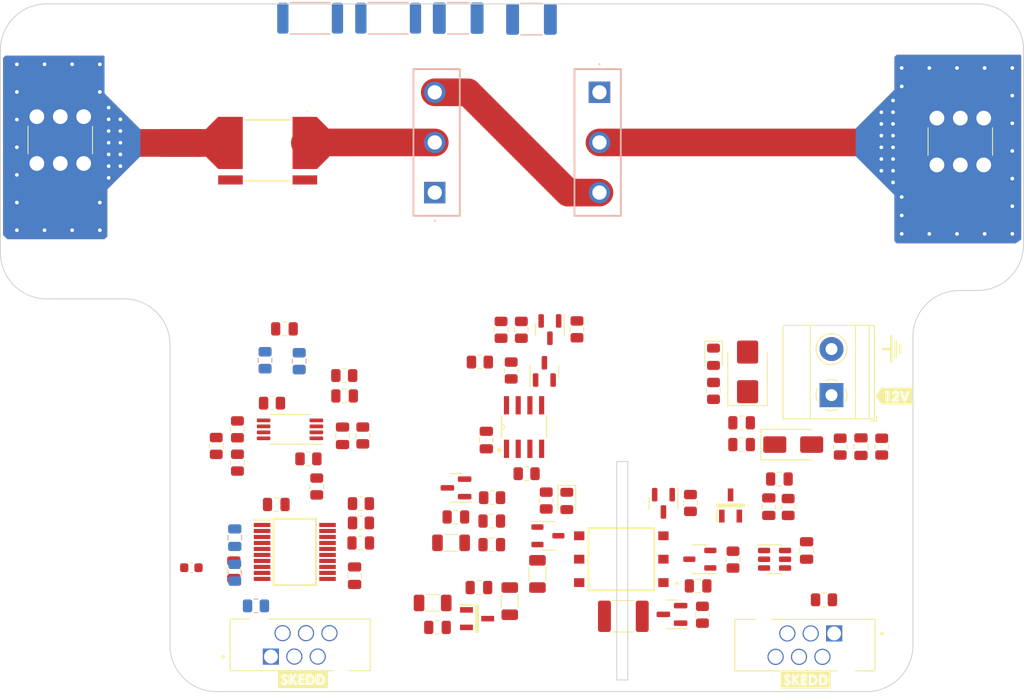
<source format=kicad_pcb>
(kicad_pcb (version 20221018) (generator pcbnew)
  (layers (0 "F.Cu" signal) (1 "In1.Cu" signal "layer-2") (2 "In2.Cu" signal "layer-3") (31 "B.Cu" signal) (34 "B.Paste" user) (35 "F.Paste" user) (36 "B.SilkS" user "B.Silkscreen") (37 "F.SilkS" user "F.Silkscreen") (38 "B.Mask" user) (39 "F.Mask" user) (44 "Edge.Cuts" user))
  (net 0 "")
  (net 1 "DRIVER_EN2")
  (net 2 "VDDLV")
  (net 3 "Earth")
  (net 4 "VCC")
  (net 5 "VSEC")
  (net 6 "Net-(Q2-D)")
  (net 7 "VDDHV")
  (net 8 "Net-(Q4-D)")
  (net 9 "GND")
  (net 10 "Net-(IC2-RA2)")
  (net 11 "RA3")
  (net 12 "Net-(IC2-RC4)")
  (net 13 "Net-(U2A-+)")
  (net 14 "I_SENSE_C3IN1-")
  (net 15 "Net-(Q1-D)")
  (net 16 "I_SENSE_ANB4")
  (net 17 "Net-(U2A--)")
  (net 18 "Net-(C14-Pad2)")
  (net 19 "RA0")
  (net 20 "RA1")
  (net 21 "I_sense+")
  (net 22 "I_sense-")
  (net 23 "Net-(C16-Pad2)")
  (net 24 "Net-(U4-*OUT)")
  (net 25 "Net-(C17-Pad2)")
  (net 28 "BATT+(12V-48V)")
  (net 29 "Net-(D4-K)")
  (net 30 "Net-(C22-Pad2)")
  (net 31 "VSOURCE")
  (net 32 "Net-(D4-A)")
  (net 36 "DRIVER_EN1")
  (net 43 "Net-(D7-K)")
  (net 44 "Net-(J2-Pad1)")
  (net 45 "Net-(U1-RA3)")
  (net 46 "Net-(Q3-G)")
  (net 47 "Net-(Q5-G)")
  (net 49 "Net-(Q1-G)")
  (net 50 "Net-(Q2-G)")
  (net 51 "Net-(D7-A)")
  (net 52 "Net-(Q4-G)")
  (net 53 "Net-(D2-A)")
  (net 54 "Net-(U2B-+)")
  (net 55 "Net-(U2B--)")
  (net 56 "Net-(R18-Pad2)")
  (net 57 "Net-(R26-Pad2)")
  (net 58 "Net-(D6-A)")
  (net 59 "Net-(Q5-D)")
  (net 60 "Net-(Q3-D)")
  (net 61 "Net-(D1-A)")
  (footprint "Package_TO_SOT_SMD:SOT-23-3" (layer "F.Cu") (at 129.09 139.775 180)
    (fp_text reference "Q4" hide)
    (fp_text value "Si2333DS")
  )
  (footprint "Capacitor_SMD:C_0805_2012Metric" (layer "F.Cu") (at 133.62 124.975)
    (fp_text reference "C19" hide)
    (fp_text value "10uF")
  )
  (footprint "Capacitor_SMD:C_0603_1608Metric" (layer "F.Cu") (at 73.9225 140.7)
    (fp_text reference "TH100" hide)
    (fp_text value "10k")
  )
  (footprint "Resistor_SMD:R_0805_2012Metric" (layer "F.Cu") (at 142.56 144.18)
    (fp_text reference "R8" hide)
    (fp_text value "10K")
  )
  (footprint "PIC16F15345T-E_SSVAO:SOP65P780X200-20N" (layer "F.Cu") (at 85.145 138.99)
    (fp_text reference "IC2" hide)
    (fp_text value "PIC16F15345T-E_SSVAO" hide)
  )
  (footprint "Resistor_SMD:R_0805_2012Metric" (layer "F.Cu") (at 106.552947 133.1 180)
    (fp_text reference "R33" hide)
    (fp_text value "20k")
  )
  (footprint "Capacitor_SMD:C_0805_2012Metric" (layer "F.Cu") (at 105.9225 126.85 90)
    (fp_text reference "C1" hide)
    (fp_text value "100nF")
  )
  (footprint "Resistor_SMD:R_0805_2012Metric" (layer "F.Cu") (at 110.295 130.5 180)
    (fp_text reference "R30" hide)
    (fp_text value "100k")
  )
  (footprint "Resistor_SMD:R_0805_2012Metric" (layer "F.Cu") (at 86.6225 128.8875)
    (fp_text reference "R22" hide)
    (fp_text value "20k")
  )
  (footprint "Resistor_SMD:R_0805_2012Metric" (layer "F.Cu") (at 148.82 127.5625 -90)
    (fp_text reference "R11" hide)
    (fp_text value "10k")
  )
  (footprint "Capacitor_SMD:C_0805_2012Metric" (layer "F.Cu") (at 133.62 127.34)
    (fp_text reference "C20" hide)
    (fp_text value "0.1uF")
  )
  (footprint "kibuzzard-64D0EA8A" (layer "F.Cu") (at 150.17 122.075)
    (fp_text reference "kibuzzard-64D0EA8A" hide)
    (fp_text value "G***" hide)
  )
  (footprint "Resistor_SMD:R_0805_2012Metric" (layer "F.Cu") (at 82.6725 122.85 180)
    (fp_text reference "R25" hide)
    (fp_text value "10k")
  )
  (footprint "MCP1792T-5002H_CB:SOT95P255X145-3N" (layer "F.Cu") (at 104.92 146.225)
    (fp_text reference "IC4" hide)
    (fp_text value "MCP1792T-5002H_CB" hide)
  )
  (footprint "Resistor_SMD:R_0805_2012Metric" (layer "F.Cu") (at 78.9225 125.6875 -90)
    (fp_text reference "R18" hide)
    (fp_text value "10k")
  )
  (footprint "Resistor_SMD:R_0805_2012Metric" (layer "F.Cu") (at 132.69 139.82 90)
    (fp_text reference "R6" hide)
    (fp_text value "100k")
  )
  (footprint "Capacitor_SMD:C_1812_4532Metric" (layer "F.Cu") (at 120.79 145.97 180)
    (fp_text reference "C8" hide)
    (fp_text value "4700pF")
  )
  (footprint "LED_SMD:LED_0805_2012Metric" (layer "F.Cu") (at 114.655 133.4525 -90)
    (fp_text reference "D2" hide)
    (fp_text value "LED")
  )
  (footprint "Resistor_SMD:R_0805_2012Metric" (layer "F.Cu") (at 90.51 119.85 180)
    (fp_text reference "R19" hide)
    (fp_text value "20k")
  )
  (footprint "Package_TO_SOT_SMD:SOT-23" (layer "F.Cu") (at 112.8225 114.8625 -90)
    (fp_text reference "Q6" hide)
    (fp_text value "2N7002bk,215")
  )
  (footprint "Resistor_SMD:R_0805_2012Metric" (layer "F.Cu") (at 138.67 134.1125 90)
    (fp_text reference "R28" hide)
    (fp_text value "0R")
  )
  (footprint "7461057:7461057" (layer "F.Cu") (at 57.16 96.84 90)
    (fp_text reference "J2" hide)
    (fp_text value "Output" hide)
  )
  (footprint "Resistor_SMD:R_0805_2012Metric" (layer "F.Cu") (at 144.32 127.5625 -90)
    (fp_text reference "R29" hide)
    (fp_text value "4.7R")
  )
  (footprint "Capacitor_SMD:C_0805_2012Metric" (layer "F.Cu") (at 90.5475 122.0625)
    (fp_text reference "C11" hide)
    (fp_text value "10000pF")
  )
  (footprint "Capacitor_SMD:C_0805_2012Metric" (layer "F.Cu") (at 84.0225 114.7875 180)
    (fp_text reference "C15" hide)
    (fp_text value "100pF")
  )
  (footprint "Package_SO:TSSOP-8_4.4x3mm_P0.65mm" (layer "F.Cu") (at 84.6225 125.6875 180)
    (fp_text reference "U2" hide)
    (fp_text value "MCP6022")
  )
  (footprint "Resistor_SMD:R_0805_2012Metric" (layer "F.Cu") (at 92.32 133.74)
    (fp_text reference "R13" hide)
    (fp_text value "100k")
  )
  (footprint "Capacitor_SMD:C_1206_3216Metric" (layer "F.Cu") (at 100.1 144.525)
    (fp_text reference "C29" hide)
    (fp_text value "4.7uF")
  )
  (footprint "WSLP40261L000FEA:WSLP40261L000FEA" (layer "F.Cu") (at 82.2 95.42 180)
    (fp_text reference "R3" hide)
    (fp_text value "WSLP40261L000FEA" hide)
  )
  (footprint "Capacitor_SMD:C_0805_2012Metric" (layer "F.Cu") (at 136.57 134.075 -90)
    (fp_text reference "C21" hide)
    (fp_text value "0.1uF")
  )
  (footprint "Package_TO_SOT_SMD:SOT-23" (layer "F.Cu") (at 112.2225 119.4 90)
    (fp_text reference "D7" hide)
    (fp_text value "BZX84J-B22,115_22V")
  )
  (footprint "7461057:7461057" (layer "F.Cu") (at 154.81 97 90)
    (fp_text reference "J1" hide)
    (fp_text value "Input" hide)
  )
  (footprint "TerminalBlock_Phoenix:TerminalBlock_Phoenix_MKDS-1,5-2_1x02_P5.00mm_Horizontal" (layer "F.Cu") (at 143.375 121.975 90)
    (fp_text reference "J3" hide)
    (fp_text value "12V supply")
  )
  (footprint "MCP1792T-5002H_CB:SOT95P255X145-3N" (layer "F.Cu") (at 132.4225 133.95 90)
    (fp_text reference "IC5" hide)
    (fp_text value "MCP1792T-5002H_CB" hide)
  )
  (footprint "Resistor_SMD:R_0805_2012Metric" (layer "F.Cu") (at 87.5225 131.8875 90)
    (fp_text reference "R23" hide)
    (fp_text value "100R")
  )
  (footprint "Resistor_SMD:R_0805_2012Metric" (layer "F.Cu") (at 108.6225 119.3 90)
    (fp_text reference "R32" hide)
    (fp_text value "20R")
  )
  (footprint "Resistor_SMD:R_0805_2012Metric" (layer "F.Cu") (at 81.9225 118.1875 -90)
    (fp_text reference "R15" hide)
    (fp_text value "20k")
  )
  (footprint "Capacitor_SMD:C_0805_2012Metric" (layer "F.Cu") (at 91.6325 141.565 -90)
    (fp_text reference "C13" hide)
    (fp_text value "10000pF")
  )
  (footprint "Resistor_SMD:R_0805_2012Metric" (layer "F.Cu") (at 76.6225 127.4875 90)
    (fp_text reference "R21" hide)
    (fp_text value "100R")
  )
  (footprint "Capacitor_SMD:C_0805_2012Metric" (layer "F.Cu") (at 106.515447 138.2 180)
    (fp_text reference "C23" hide)
    (fp_text value "10uF")
  )
  (footprint "Resistor_SMD:R_0805_2012Metric" (layer "F.Cu") (at 78.9225 129.3 90)
    (fp_text reference "R20" hide)
    (fp_text value "20k")
  )
  (footprint "Capacitor_SMD:C_0805_2012Metric" (layer "F.Cu") (at 137.72 131.075)
    (fp_text reference "C22" hide)
    (fp_text value "4.7uF")
  )
  (footprint "kibuzzard-64D0ED59" (layer "F.Cu") (at 86.0325 152.84)
    (fp_text reference "kibuzzard-64D0ED59" hide)
    (fp_text value "G***" hide)
  )
  (footprint "kibuzzard-64D0ED59" (layer "F.Cu") (at 140.57 152.875)
    (fp_text reference "kibuzzard-64D0ED59" hide)
    (fp_text value "G***" hide)
  )
  (footprint "Package_TO_SOT_SMD:SOT-23" (layer "F.Cu") (at 102.635 132.0375 180)
    (fp_text reference "D5" hide)
    (fp_text value "BZX84C4V3")
  )
  (footprint "Resistor_SMD:R_0805_2012Metric" (layer "F.Cu") (at 129.37 145.8 90)
    (fp_text reference "R7" hide)
    (fp_text value "100k")
  )
  (footprint "Capacitor_SMD:C_1206_3216Metric" (layer "F.Cu") (at 108.465 144.325 -90)
    (fp_text reference "C5" hide)
    (fp_text value "10uF")
  )
  (footprint "Capacitor_SMD:C_0805_2012Metric" (layer "F.Cu") (at 140.67 138.83 90)
    (fp_text reference "C3" hide)
    (fp_text value "0.1uF")
  )
  (footprint "Package_TO_SOT_SMD:SOT-23-3" (layer "F.Cu") (at 112.6075 137.235)
    (fp_text reference "D1" hide)
    (fp_text value "BAS70-04")
  )
  (footprint "Capacitor_SMD:C_0805_2012Metric" (layer "F.Cu") (at 102.6225 135.19375)
    (fp_text reference "C25" hide)
    (fp_text value "0.1uF")
  )
  (footprint "Package_TO_SOT_SMD:SOT-23-6" (layer "F.Cu") (at 137.1975 139.78)
    (fp_text reference "U1" hide)
    (fp_text value "PIC10F322-IOT")
  )
  (footprint "Resistor_SMD:R_0805_2012Metric" (layer "F.Cu") (at 115.76 114.8375 90)
    (fp_text reference "R35" hide)
    (fp_text value "100k")
  )
  (footprint "Resistor_SMD:R_0805_2012Metric" (layer "F.Cu") (at 109.7225 114.8875 90)
    (fp_text reference "R1" hide)
    (fp_text value "20R")
  )
  (footprint "Capacitor_SMD:C_1206_3216Metric" (layer "F.Cu") (at 102.0975 138)
    (fp_text reference "C24" hide)
    (fp_text value "4.7uF")
  )
  (footprint "Diode_SMD:D_SMA" (layer "F.Cu") (at 139.22 127.34)
    (fp_text reference "D4" hide)
    (fp_text value "US1G")
  )
  (footprint "Package_TO_SOT_SMD:SOT-23" (layer "F.Cu") (at 125.14 133.7125 -90)
    (fp_text reference "Q3" hide)
    (fp_text value "2N7002BK,215")
  )
  (footprint "Capacitor_SMD:C_0805_2012Metric" (layer "F.Cu") (at 90.3225 126.3875 -90)
    (fp_text reference "C14" hide)
    (fp_text value "10000pF")
  )
  (footprint "Resistor_SMD:R_0805_2012Metric" (layer "F.Cu") (at 107.5225 114.8875 90)
    (fp_text reference "R2" hide)
    (fp_text value "20R")
  )
  (footprint "Capacitor_SMD:C_0805_2012Metric" (layer "F.Cu") (at 100.625 147.175)
    (fp_text reference "C28" hide)
    (fp_text value "0.1uF")
  )
  (footprint "Capacitor_SMD:C_0805_2012Metric" (layer "F.Cu") (at 92.3 138.015)
    (fp_text reference "C9" hide)
    (fp_text value "100pF")
  )
  (footprint "LED_SMD:LED_0805_2012Metric" (layer "F.Cu") (at 130.57 117.8125 -90)
    (fp_text reference "D6" hide)
    (fp_text value "LED")
  )
  (footprint "Diode_SMD:D_SMB" (layer "F.Cu") (at 134.27 119.4525 90)
    (fp_text reference "D3" hide)
    (fp_text value "SM6T39A")
  )
  (footprint "push pull Transformer:760390015" (layer "F.Cu") (at 120.57 139.775 180)
    (fp_text reference "T1" hide)
    (fp_text value "760390014" hide)
  )
  (footprint "Capacitor_SMD:C_0805_2012Metric" (layer "F.Cu") (at 146.57 127.5625 90)
    (fp_text reference "C18" hide)
    (fp_text value "10000pF")
  )
  (footprint "Resistor_SMD:R_0805_2012Metric" (layer "F.Cu") (at 112.4225 133.4125 -90)
    (fp_text reference "R10" hide)
    (fp_text value "4.7k")
  )
  (footprint "Resistor_SMD:R_0805_2012Metric" (layer "F.Cu") (at 92.5225 126.35 -90)
    (fp_text reference "R24" hide)
    (fp_text value "20k")
  )
  (footprint "TC4432VOA:SOIC127P600X175-8N" (layer "F.Cu") (at 110.0175 125.4378 90)
    (fp_text reference "U4" hide)
    (fp_text value "TC4432VOA")
  )
  (footprint "Package_TO_SOT_SMD:SOT-23" (layer "F.Cu") (at 126.07 145.7625 180)
    (fp_text reference "Q5" hide)
    (fp_text value "2N7002BK,215")
  )
  (footprint "Capacitor_SMD:C_0805_2012Metric" (layer "F.Cu") (at 106.515447 135.635)
    (fp_text reference "C26" hide)
    (fp_text value "0.1uF")
  )
  (footprint "Resistor_SMD:R_0805_2012Metric" (layer "F.Cu") (at 130.57 121.5125 90)
    (fp_text reference "R34" hide)
    (fp_text value "10k")
  )
  (footprint "Capacitor_SMD:C_1206_3216Metric" (layer "F.Cu") (at 111.47 141.375 -90)
    (fp_text reference "C4" hide)
    (fp_text value "10uF")
  )
  (footprint "Capacitor_SMD:C_0805_2012Metric" (layer "F.Cu") (at 128.9025 142.675)
    (fp_text reference "C7" hide)
    (fp_text value "1uF")
  )
  (footprint "490107670612:WURTH_490107670612" (layer "F.Cu") (at 85.7275 149.07 180)
    (fp_text reference "J6" hide)
    (fp_text value "490107670612")
  )
  (footprint "Capacitor_SMD:C_0805_2012Metric" (layer "F.Cu") (at 78.5325 140.915 -90)
    (fp_text reference "C12" hide)
    (fp_text value "100pF")
  )
  (footprint "Resistor_SMD:R_0805_2012Metric" (layer "F.Cu") (at 92.32 135.84 180)
    (fp_text reference "R9" hide)
    (fp_text value "10k")
  )
  (footprint "Resistor_SMD:R_0805_2012Metric" (layer "F.Cu") (at 105.2225 118.3875)
    (fp_text reference "R31" hide)
    (fp_text value "100k")
  )
  (footprint "Silkscreen:earth_gnd" (layer "F.Cu") (at 149.97 116.975 90)
    (fp_text reference "G***" hide)
    (fp_text value "LOGO" hide)
  )
  (footprint "Capacitor_SMD:C_0805_2012Metric" (layer "F.Cu") (at 105.12 142.85)
    (fp_text reference "C27" hide)
    (fp_text value "0.1uF")
  )
  (footprint "Resistor_SMD:R_0805_2012Metric" (layer "F.Cu") (at 85.6225 118.2875 -90)
    (fp_text reference "R14" hide)
    (fp_text value "20k")
  )
  (footprint "490107670612:WURTH_490107670612" (layer "F.Cu") (at 140.485 149.1)
    (fp_text reference "J5" hide)
    (fp_text value "490107670612")
  )
  (footprint "Capacitor_SMD:C_0805_2012Metric" (layer "F.Cu") (at 83.1325 133.84 180)
    (fp_text reference "C6" hide)
    (fp_text value "0.1uF")
  )
  (footprint "Resistor_SMD:R_0805_2012Metric" (layer "F.Cu") (at 128.07 133.675 -90)
    (fp_text reference "R4" hide)
    (fp_text value "100k")
  )
  (footprint "Resistor_SMD:R_0805_2012Metric" (layer "B.Cu") (at 81.9225 118.1875 -90)
    (fp_text reference "R17" hide)
    (fp_text value "1k")
  )
  (footprint "Capacitor_SMD:C_1812_4532Metric" (layer "B.Cu") (at 102.8725 81.08 180)
    (fp_text reference "C17" hide)
    (fp_text value "4.7nF")
  )
  (footprint "Capacitor_SMD:C_1812_4532Metric" (layer "B.Cu") (at 110.8225 81.18 180)
    (fp_text reference "C16" hide)
    (fp_text value "4.7nF")
  )
  (footprint "Resistor_SMD:R_2512_6332Metric" (layer "B.Cu") (at 86.81 81.08 180)
    (fp_text reference "R27" hide)
    (fp_text value "18R")
  )
  (footprint "IMW120R014M1H:IMW120R014M1H" (layer "B.Cu") (at 118.2 89.12 -90)
    (fp_text reference "Q1" hide)
    (fp_text value "IMW120R014M1H" hide)
  )
  (footprint "IMW120R014M1H:IMW120R014M1H" (layer "B.Cu") (at 100.3305 99.999 90)
    (fp_text reference "Q2" hide)
    (fp_text value "IMW120R014M1H" hide)
  )
  (footprint "Resistor_SMD:R_0805_2012Metric" (layer "B.Cu") (at 78.6325 141.24 90)
    (fp_text reference "R12" hide)
    (fp_text value "4.7k")
  )
  (footprint "Resistor_SMD:R_0805_2012Metric" (layer "B.Cu") (at 80.9325 144.84)
    (fp_text reference "R5" hide)
    (fp_text value "10k")
  )
  (footprint "Capacitor_SMD:C_0805_2012Metric" (layer "B.Cu") (at 78.6325 137.44 90)
    (fp_text reference "C10" hide)
    (fp_text value "10000pF")
  )
  (footprint "Resistor_SMD:R_0805_2012Metric" (layer "B.Cu") (at 85.6225 118.2875 -90)
    (fp_text reference "R16" hide)
    (fp_text value "1k")
  )
  (footprint "Resistor_SMD:R_2512_6332Metric" (layer "B.Cu") (at 95.2725 81.08 180)
    (fp_text reference "R26" hide)
    (fp_text value "18R")
  )
  (gr_arc (start 66.61 111.53) (mid 70.145534 112.994466) (end 71.61 116.53) (stroke (width 0.1)) (layer "Edge.Cuts"))
  (gr_arc (start 152.21 149.13) (mid 150.745534 152.665534) (end 147.21 154.13) (stroke (width 0.1)) (layer "Edge.Cuts"))
  (gr_arc (start 164.21 105.63) (mid 162.745534 109.165534) (end 159.21 110.63) (stroke (width 0.1)) (layer "Edge.Cuts"))
  (gr_line (start 152.21 115.63) (end 152.21 149.13) (stroke (width 0.1)) (layer "Edge.Cuts"))
  (gr_arc (start 76.61 154.13) (mid 73.074466 152.665534) (end 71.61 149.13) (stroke (width 0.1)) (layer "Edge.Cuts"))
  (gr_line (start 53.21 106.53) (end 53.21 84.53) (stroke (width 0.1)) (layer "Edge.Cuts"))
  (gr_line (start 164.21 84.53) (end 164.21 105.63) (stroke (width 0.1)) (layer "Edge.Cuts"))
  (gr_line (start 58.21 79.53) (end 159.21 79.53) (stroke (width 0.1)) (layer "Edge.Cuts"))
  (gr_arc (start 58.21 111.53) (mid 54.674466 110.065534) (end 53.21 106.53) (stroke (width 0.1)) (layer "Edge.Cuts"))
  (gr_line (start 71.61 149.13) (end 71.61 116.53) (stroke (width 0.1)) (layer "Edge.Cuts"))
  (gr_line (start 66.61 111.53) (end 58.21 111.53) (stroke (width 0.1)) (layer "Edge.Cuts"))
  (gr_rect (start 120.07 129.175) (end 121.27 152.875) (stroke (width 0.1)) (fill none) (layer "Edge.Cuts"))
  (gr_line (start 147.21 154.13) (end 76.61 154.13) (stroke (width 0.1)) (layer "Edge.Cuts"))
  (gr_arc (start 159.21 79.53) (mid 162.745534 80.994466) (end 164.21 84.53) (stroke (width 0.1)) (layer "Edge.Cuts"))
  (gr_arc (start 152.21 115.63) (mid 153.674466 112.094466) (end 157.21 110.63) (stroke (width 0.1)) (layer "Edge.Cuts"))
  (gr_line (start 159.21 110.63) (end 157.21 110.63) (stroke (width 0.1)) (layer "Edge.Cuts"))
  (gr_arc (start 53.21 84.53) (mid 54.674466 80.994466) (end 58.21 79.53) (stroke (width 0.1)) (layer "Edge.Cuts"))
  (segment (start 86.289 94.559) (end 86.235 94.613) (width 3) (layer "F.Cu") (net 6))
  (segment (start 100.3305 94.559) (end 86.289 94.559) (width 3) (layer "F.Cu") (net 6))
  (segment (start 118.2 94.56) (end 147.99 94.56) (width 3) (layer "F.Cu") (net 15))
  (via (at 148.78 96.36) (size 0.8) (drill 0.4) (layers "F.Cu" "B.Cu") (net 15))
  (via (at 150.05 95.09) (size 0.8) (drill 0.4) (layers "F.Cu" "B.Cu") (net 15))
  (via (at 150.99 104.48) (size 0.8) (drill 0.4) (layers "F.Cu" "B.Cu") (net 15))
  (via (at 156.99 104.48) (size 0.8) (drill 0.4) (layers "F.Cu" "B.Cu") (net 15))
  (via (at 156.99 86.48) (size 0.8) (drill 0.4) (layers "F.Cu" "B.Cu") (net 15))
  (via (at 162.99 89.48) (size 0.8) (drill 0.4) (layers "F.Cu" "B.Cu") (net 15))
  (via (at 150.05 90.01) (size 0.8) (drill 0.4) (layers "F.Cu" "B.Cu") (net 15))
  (via (at 150.99 100.48) (size 0.8) (drill 0.4) (layers "F.Cu" "B.Cu") (net 15))
  (via (at 148.78 95.09) (size 0.8) (drill 0.4) (layers "F.Cu" "B.Cu") (net 15))
  (via (at 162.99 95.48) (size 0.8) (drill 0.4) (layers "F.Cu" "B.Cu") (net 15))
  (via (at 162.99 92.48) (size 0.8) (drill 0.4) (layers "F.Cu" "B.Cu") (net 15))
  (via (at 150.99 86.48) (size 0.8) (drill 0.4) (layers "F.Cu" "B.Cu") (net 15))
  (via (at 150.05 97.63) (size 0.8) (drill 0.4) (layers "F.Cu" "B.Cu") (net 15))
  (via (at 148.78 91.28) (size 0.8) (drill 0.4) (layers "F.Cu" "B.Cu") (net 15))
  (via (at 148.78 97.63) (size 0.8) (drill 0.4) (layers "F.Cu" "B.Cu") (net 15))
  (via (at 150.05 98.9) (size 0.8) (drill 0.4) (layers "F.Cu" "B.Cu") (net 15))
  (via (at 150.05 92.55) (size 0.8) (drill 0.4) (layers "F.Cu" "B.Cu") (net 15))
  (via (at 162.99 104.48) (size 0.8) (drill 0.4) (layers "F.Cu" "B.Cu") (net 15))
  (via (at 150.05 96.36) (size 0.8) (drill 0.4) (layers "F.Cu" "B.Cu") (net 15))
  (via (at 159.99 104.48) (size 0.8) (drill 0.4) (layers "F.Cu" "B.Cu") (net 15))
  (via (at 150.05 93.82) (size 0.8) (drill 0.4) (layers "F.Cu" "B.Cu") (net 15))
  (via (at 162.99 98.48) (size 0.8) (drill 0.4) (layers "F.Cu" "B.Cu") (net 15))
  (via (at 150.99 102.48) (size 0.8) (drill 0.4) (layers "F.Cu" "B.Cu") (net 15))
  (via (at 162.99 101.48) (size 0.8) (drill 0.4) (layers "F.Cu" "B.Cu") (net 15))
  (via (at 153.99 104.48) (size 0.8) (drill 0.4) (layers "F.Cu" "B.Cu") (net 15))
  (via (at 159.99 86.48) (size 0.8) (drill 0.4) (layers "F.Cu" "B.Cu") (net 15))
  (via (at 153.99 86.48) (size 0.8) (drill 0.4) (layers "F.Cu" "B.Cu") (net 15))
  (via (at 150.05 91.28) (size 0.8) (drill 0.4) (layers "F.Cu" "B.Cu") (net 15))
  (via (at 148.78 92.55) (size 0.8) (drill 0.4) (layers "F.Cu" "B.Cu") (net 15))
  (via (at 150.99 88.48) (size 0.8) (drill 0.4) (layers "F.Cu" "B.Cu") (net 15))
  (via (at 148.78 93.82) (size 0.8) (drill 0.4) (layers "F.Cu" "B.Cu") (net 15))
  (via (at 162.99 86.48) (size 0.8) (drill 0.4) (layers "F.Cu" "B.Cu") (net 15))
  (segment (start 103.919 89.119) (end 114.8 100) (width 3) (layer "F.Cu") (net 31))
  (segment (start 114.8 100) (end 118.2 100) (width 3) (layer "F.Cu") (net 31))
  (segment (start 100.3305 89.119) (end 103.919 89.119) (width 3) (layer "F.Cu") (net 31))
  (segment (start 76.4 94.7) (end 76.313 94.613) (width 3) (layer "F.Cu") (net 44))
  (segment (start 67.627 94.613) (end 67.65 94.613) (width 3) (layer "F.Cu") (net 44))
  (segment (start 67.673 94.613) (end 66.22 93.32) (width 3) (layer "F.Cu") (net 44))
  (segment (start 66.22 95.86) (end 67.627 94.613) (width 3) (layer "F.Cu") (net 44))
  (segment (start 74.8 94.613) (end 70.793 94.613) (width 3) (layer "F.Cu") (net 44))
  (segment (start 76.313 94.613) (end 74.8 94.613) (width 3) (layer "F.Cu") (net 44))
  (segment (start 66.22 94.59) (end 66.22 95.86) (width 3) (layer "F.Cu") (net 44))
  (segment (start 74.8 94.613) (end 67.673 94.613) (width 3) (layer "F.Cu") (net 44))
  (via (at 60.99 86.08) (size 0.8) (drill 0.4) (layers "F.Cu" "B.Cu") (net 44))
  (via (at 63.99 89.08) (size 0.8) (drill 0.4) (layers "F.Cu" "B.Cu") (net 44))
  (via (at 54.99 92.08) (size 0.8) (drill 0.4) (layers "F.Cu" "B.Cu") (net 44))
  (via (at 64.95 93.32) (size 0.8) (drill 0.4) (layers "F.Cu" "B.Cu") (net 44))
  (via (at 54.99 86.08) (size 0.8) (drill 0.4) (layers "F.Cu" "B.Cu") (net 44))
  (via (at 54.99 104.08) (size 0.8) (drill 0.4) (layers "F.Cu" "B.Cu") (net 44))
  (via (at 66.22 93.32) (size 0.8) (drill 0.4) (layers "F.Cu" "B.Cu") (net 44))
  (via (at 63.99 101.08) (size 0.8) (drill 0.4) (layers "F.Cu" "B.Cu") (net 44))
  (via (at 54.99 95.08) (size 0.8) (drill 0.4) (layers "F.Cu" "B.Cu") (net 44))
  (via (at 64.95 98.4) (size 0.8) (drill 0.4) (layers "F.Cu" "B.Cu") (net 44))
  (via (at 64.95 92.05) (size 0.8) (drill 0.4) (layers "F.Cu" "B.Cu") (net 44))
  (via (at 63.99 104.08) (size 0.8) (drill 0.4) (layers "F.Cu" "B.Cu") (net 44))
  (via (at 66.22 94.59) (size 0.8) (drill 0.4) (layers "F.Cu" "B.Cu") (net 44))
  (via (at 64.95 94.59) (size 0.8) (drill 0.4) (layers "F.Cu" "B.Cu") (net 44))
  (via (at 66.22 97.13) (size 0.8) (drill 0.4) (layers "F.Cu" "B.Cu") (net 44))
  (via (at 64.95 97.13) (size 0.8) (drill 0.4) (layers "F.Cu" "B.Cu") (net 44))
  (via (at 66.22 95.86) (size 0.8) (drill 0.4) (layers "F.Cu" "B.Cu") (net 44))
  (via (at 54.99 89.08) (size 0.8) (drill 0.4) (layers "F.Cu" "B.Cu") (net 44))
  (via (at 64.95 95.86) (size 0.8) (drill 0.4) (layers "F.Cu" "B.Cu") (net 44))
  (via (at 63.99 86.08) (size 0.8) (drill 0.4) (layers "F.Cu" "B.Cu") (net 44))
  (via (at 64.95 90.78) (size 0.8) (drill 0.4) (layers "F.Cu" "B.Cu") (net 44))
  (via (at 57.99 86.08) (size 0.8) (drill 0.4) (layers "F.Cu" "B.Cu") (net 44))
  (via (at 66.22 92.05) (size 0.8) (drill 0.4) (layers "F.Cu" "B.Cu") (net 44))
  (via (at 60.99 104.08) (size 0.8) (drill 0.4) (layers "F.Cu" "B.Cu") (net 44))
  (via (at 54.99 101.08) (size 0.8) (drill 0.4) (layers "F.Cu" "B.Cu") (net 44))
  (via (at 57.99 104.08) (size 0.8) (drill 0.4) (layers "F.Cu" "B.Cu") (net 44))
  (via (at 54.99 98.08) (size 0.8) (drill 0.4) (layers "F.Cu" "B.Cu") (net 44))
  (zone (net 6) (net_name "Net-(Q2-D)") (layer "F.Cu") (connect_pads yes (clearance 0.5)) (min_thickness 0.25) (fill yes (thermal_gap 0.5) (thermal_bridge_width 0.5))
    (polygon (pts (xy 88.87 96.13) (xy 87.57 97.43) (xy 86.97 97.43) (xy 86.77 97.23) (xy 86.77 91.83) (xy 87.57 91.83) (xy 88.87 93.13)))
  )
  (zone (net 44) (net_name "Net-(J2-Pad1)") (layer "F.Cu") (connect_pads yes (clearance 0.5)) (min_thickness 0.25) (fill yes (thermal_gap 0.5) (thermal_bridge_width 0.5))
    (polygon (pts (xy 75.5 93.1) (xy 76.8 91.8) (xy 77.4 91.8) (xy 77.6 92) (xy 77.6 97.4) (xy 76.8 97.4) (xy 75.5 96.1)))
  )
  (zone (net 44) (net_name "Net-(J2-Pad1)") (layers "F.Cu" "In1.Cu" "In2.Cu" "B.Cu") (priority 1) (connect_pads yes (clearance 0.5)) (min_thickness 0.25) (fill yes (thermal_gap 0.5) (thermal_bridge_width 0.5))
    (polygon (pts (xy 68.4 93.15) (xy 64.5 89.25) (xy 64.5 85.15) (xy 53.75 85.15) (xy 53.5 85.4) (xy 53.5 104.6) (xy 53.95 105.05) (xy 64.5 105.05) (xy 64.8 104.75) (xy 64.8 99.65) (xy 68.4 96.05)))
  )
  (zone (net 15) (net_name "Net-(Q1-D)") (layers "F.Cu" "In1.Cu" "In2.Cu" "B.Cu") (priority 2) (connect_pads yes (clearance 0.5)) (min_thickness 0.25) (fill yes (thermal_gap 0.5) (thermal_bridge_width 0.5))
    (polygon (pts (xy 150.2 88.85) (xy 150.2 85.3) (xy 150.45 85.05) (xy 163.95 85.05) (xy 163.95 105.1) (xy 163.35 105.5) (xy 150.45 105.5) (xy 150.2 105.25) (xy 150.2 100.25) (xy 146.05 96.1) (xy 146 96.05) (xy 146 93.05)))
  )
)
</source>
